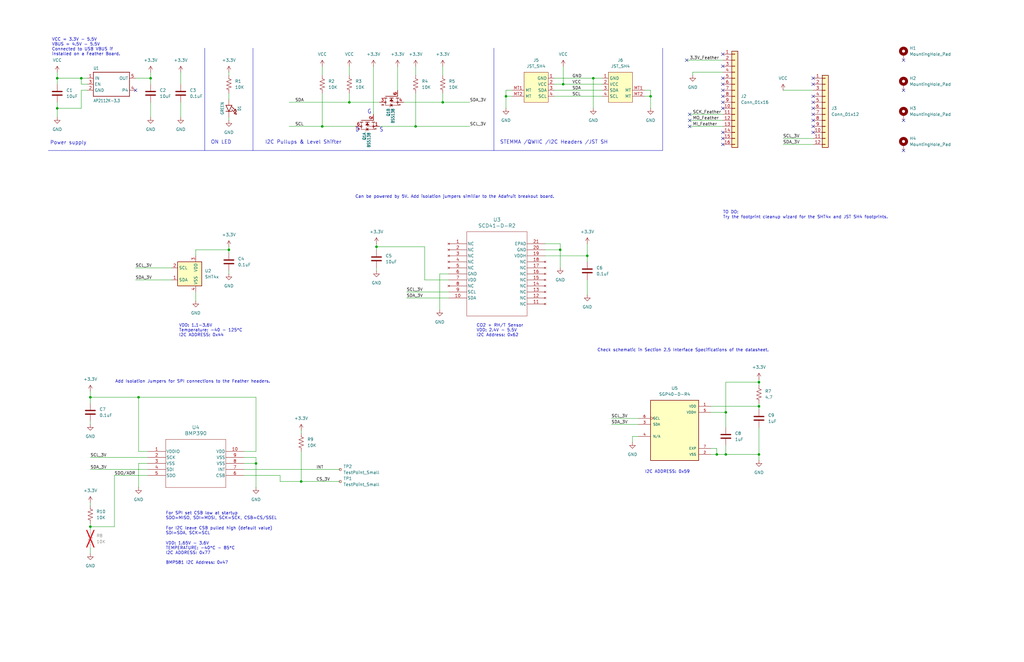
<source format=kicad_sch>
(kicad_sch (version 20250114) (generator "eeschema") (generator_version "9.0")
  (paper "USLedger")
  (lib_symbols
    (symbol "2024-04-27_20-00-30:BMP390" (pin_names (offset 0.254))
      (property "Reference" "U" (at 20.32 10.16 0))
      (property "Value" "BMP390" (at 20.32 7.62 0))
      (symbol "BMP390_0_1"
        (pin power_in line (at 0 0 0) (length 7.62) (name "VDDIO") (number "1"))
        (pin input line (at 0 -2.54 0) (length 7.62) (name "SCK") (number "2"))
        (pin power_out line (at 0 -5.08 0) (length 7.62) (name "VSS") (number "3"))
        (pin bidirectional line (at 0 -7.62 0) (length 7.62) (name "SDI") (number "4"))
        (pin bidirectional line (at 0 -10.16 0) (length 7.62) (name "SDO") (number "5"))
        (pin power_in line (at 40.64 0 180) (length 7.62) (name "VDD") (number "10"))
        (pin power_out line (at 40.64 -2.54 180) (length 7.62) (name "VSS") (number "9"))
        (pin power_out line (at 40.64 -5.08 180) (length 7.62) (name "VSS") (number "8"))
        (pin input line (at 40.64 -7.62 180) (length 7.62) (name "INT") (number "7"))
        (pin input line (at 40.64 -10.16 180) (length 7.62) (name "CSB") (number "6"))
      )
    )
    (symbol "2024-04-27_20-02-59:SCD41-D-R2" (pin_names (offset 0.254))
      (property "Reference" "U" (at 20.32 10.16 0))
      (property "Value" "SCD41-D-R2" (at 20.32 7.62 0))
      (symbol "SCD41-D-R2_0_1"
        (pin no_connect line (at 0 0 0) (length 7.62) (name "NC") (number "1"))
        (pin no_connect line (at 0 -2.54 0) (length 7.62) (name "NC") (number "2"))
        (pin no_connect line (at 0 -5.08 0) (length 7.62) (name "NC") (number "3"))
        (pin no_connect line (at 0 -7.62 0) (length 7.62) (name "NC") (number "4"))
        (pin no_connect line (at 0 -10.16 0) (length 7.62) (name "NC") (number "5"))
        (pin power_out line (at 0 -12.7 0) (length 7.62) (name "GND") (number "6"))
        (pin power_in line (at 0 -15.24 0) (length 7.62) (name "VDD") (number "7"))
        (pin no_connect line (at 0 -17.78 0) (length 7.62) (name "NC") (number "8"))
        (pin unspecified line (at 0 -20.32 0) (length 7.62) (name "SCL") (number "9"))
        (pin bidirectional line (at 0 -22.86 0) (length 7.62) (name "SDA") (number "10"))
        (pin power_out line (at 40.64 0 180) (length 7.62) (name "EPAD") (number "21"))
        (pin power_out line (at 40.64 -2.54 180) (length 7.62) (name "GND") (number "20"))
        (pin power_in line (at 40.64 -5.08 180) (length 7.62) (name "VDDH") (number "19"))
        (pin no_connect line (at 40.64 -7.62 180) (length 7.62) (name "NC") (number "18"))
        (pin no_connect line (at 40.64 -10.16 180) (length 7.62) (name "NC") (number "17"))
        (pin no_connect line (at 40.64 -12.7 180) (length 7.62) (name "NC") (number "16"))
        (pin no_connect line (at 40.64 -15.24 180) (length 7.62) (name "NC") (number "15"))
        (pin no_connect line (at 40.64 -17.78 180) (length 7.62) (name "NC") (number "14"))
        (pin no_connect line (at 40.64 -20.32 180) (length 7.62) (name "NC") (number "13"))
        (pin no_connect line (at 40.64 -22.86 180) (length 7.62) (name "NC") (number "12"))
        (pin no_connect line (at 40.64 -25.4 180) (length 7.62) (name "NC") (number "11"))
      )
    )
    (symbol "Adafruit SHT45-eagle-import:LED0603_NOOUTLINE"
      (property "Reference" "D" (at -1.27 4.445 0))
      (symbol "LED0603_NOOUTLINE_1_0"
        (pin passive line (at -5.08 0 0) (length 2.54) (name "A") (number "A"))
        (pin passive line (at 2.54 0 180) (length 2.54) (name "C") (number "C"))
      )
    )
    (symbol "Adafruit SHT45-eagle-import:MOSFET-N_DUAL"
      (property "Reference" "Q" (at 5.08 0.635 0))
      (symbol "MOSFET-N_DUAL_1_0"
        (text "G" (at -1.27 -1.905 0) (effects (font (size 0.8128 0.6908)) (justify left bottom)))
        (text "D" (at 3.175 3.175 0) (effects (font (size 0.8128 0.6908)) (justify left bottom)))
        (text "S" (at 3.175 -3.81 0) (effects (font (size 0.8128 0.6908)) (justify left bottom)))
        (pin bidirectional line (at -2.54 -2.54 0) (length 2.54) (name "G") (number "2"))
        (pin bidirectional line (at 2.54 5.08 270) (length 2.54) (name "D") (number "6"))
        (pin bidirectional line (at 2.54 -5.08 90) (length 2.54) (name "S") (number "1"))
      )
      (symbol "MOSFET-N_DUAL_2_0"
        (text "G" (at -1.27 -1.905 0) (effects (font (size 0.8128 0.6908)) (justify left bottom)))
        (text "D" (at 3.175 3.175 0) (effects (font (size 0.8128 0.6908)) (justify left bottom)))
        (text "S" (at 3.175 -3.81 0) (effects (font (size 0.8128 0.6908)) (justify left bottom)))
        (pin bidirectional line (at -2.54 -2.54 0) (length 2.54) (name "G") (number "5"))
        (pin bidirectional line (at 2.54 5.08 270) (length 2.54) (name "D") (number "3"))
        (pin bidirectional line (at 2.54 -5.08 90) (length 2.54) (name "S") (number "4"))
      )
    )
    (symbol "Adafruit SHT45-eagle-import:VREG_SOT23-5"
      (property "Reference" "U" (at -7.62 6.096 0))
      (symbol "VREG_SOT23-5_1_0"
        (pin power_in line (at -10.16 2.54 0) (length 2.54) (name "IN") (number "1"))
        (pin input line (at -10.16 0 0) (length 2.54) (name "EN") (number "3"))
        (pin power_in line (at -10.16 -2.54 0) (length 2.54) (name "GND") (number "2"))
        (pin power_in line (at 10.16 2.54 180) (length 2.54) (name "OUT") (number "5"))
        (pin bidirectional line (at 10.16 -2.54 180) (length 2.54) (name "P4") (number "4"))
      )
    )
    (symbol "Connector:TestPoint_Small" (pin_numbers (hide yes)) (pin_names (offset 0.762) (hide yes))
      (property "Reference" "TP" (at 0 3.81 0))
      (property "Value" "TestPoint_Small" (at 0 2.032 0))
      (symbol "TestPoint_Small_1_1"
        (pin passive line (at 0 0 90) (length 0) (name "1") (number "1"))
      )
    )
    (symbol "Connector_Generic:Conn_01x12" (pin_names (offset 1.016) (hide yes))
      (property "Reference" "J" (at 0 15.24 0))
      (property "Value" "Conn_01x12" (at 0 -17.78 0))
      (symbol "Conn_01x12_1_1"
        (pin passive line (at -5.08 12.7 0) (length 3.81) (name "Pin_1") (number "1"))
        (pin passive line (at -5.08 10.16 0) (length 3.81) (name "Pin_2") (number "2"))
        (pin passive line (at -5.08 7.62 0) (length 3.81) (name "Pin_3") (number "3"))
        (pin passive line (at -5.08 5.08 0) (length 3.81) (name "Pin_4") (number "4"))
        (pin passive line (at -5.08 2.54 0) (length 3.81) (name "Pin_5") (number "5"))
        (pin passive line (at -5.08 0 0) (length 3.81) (name "Pin_6") (number "6"))
        (pin passive line (at -5.08 -2.54 0) (length 3.81) (name "Pin_7") (number "7"))
        (pin passive line (at -5.08 -5.08 0) (length 3.81) (name "Pin_8") (number "8"))
        (pin passive line (at -5.08 -7.62 0) (length 3.81) (name "Pin_9") (number "9"))
        (pin passive line (at -5.08 -10.16 0) (length 3.81) (name "Pin_10") (number "10"))
        (pin passive line (at -5.08 -12.7 0) (length 3.81) (name "Pin_11") (number "11"))
        (pin passive line (at -5.08 -15.24 0) (length 3.81) (name "Pin_12") (number "12"))
      )
    )
    (symbol "Connector_Generic:Conn_01x16" (pin_names (offset 1.016) (hide yes))
      (property "Reference" "J" (at 0 20.32 0))
      (property "Value" "Conn_01x16" (at 0 -22.86 0))
      (symbol "Conn_01x16_1_1"
        (pin passive line (at -5.08 17.78 0) (length 3.81) (name "Pin_1") (number "1"))
        (pin passive line (at -5.08 15.24 0) (length 3.81) (name "Pin_2") (number "2"))
        (pin passive line (at -5.08 12.7 0) (length 3.81) (name "Pin_3") (number "3"))
        (pin passive line (at -5.08 10.16 0) (length 3.81) (name "Pin_4") (number "4"))
        (pin passive line (at -5.08 7.62 0) (length 3.81) (name "Pin_5") (number "5"))
        (pin passive line (at -5.08 5.08 0) (length 3.81) (name "Pin_6") (number "6"))
        (pin passive line (at -5.08 2.54 0) (length 3.81) (name "Pin_7") (number "7"))
        (pin passive line (at -5.08 0 0) (length 3.81) (name "Pin_8") (number "8"))
        (pin passive line (at -5.08 -2.54 0) (length 3.81) (name "Pin_9") (number "9"))
        (pin passive line (at -5.08 -5.08 0) (length 3.81) (name "Pin_10") (number "10"))
        (pin passive line (at -5.08 -7.62 0) (length 3.81) (name "Pin_11") (number "11"))
        (pin passive line (at -5.08 -10.16 0) (length 3.81) (name "Pin_12") (number "12"))
        (pin passive line (at -5.08 -12.7 0) (length 3.81) (name "Pin_13") (number "13"))
        (pin passive line (at -5.08 -15.24 0) (length 3.81) (name "Pin_14") (number "14"))
        (pin passive line (at -5.08 -17.78 0) (length 3.81) (name "Pin_15") (number "15"))
        (pin passive line (at -5.08 -20.32 0) (length 3.81) (name "Pin_16") (number "16"))
      )
    )
    (symbol "Device:C" (pin_numbers (hide yes)) (pin_names (offset 0.254))
      (property "Reference" "C" (at 0.635 2.54 0))
      (property "Value" "C" (at 0.635 -2.54 0))
      (symbol "C_1_1"
        (pin passive line (at 0 3.81 270) (length 2.794) (name "~") (number "1"))
        (pin passive line (at 0 -3.81 90) (length 2.794) (name "~") (number "2"))
      )
    )
    (symbol "Device:R_US" (pin_numbers (hide yes)) (pin_names (offset 0))
      (property "Reference" "R" (at 2.54 0 90))
      (property "Value" "R_US" (at -2.54 0 90))
      (symbol "R_US_1_1"
        (pin passive line (at 0 3.81 270) (length 1.27) (name "~") (number "1"))
        (pin passive line (at 0 -3.81 90) (length 1.27) (name "~") (number "2"))
      )
    )
    (symbol "Mechanical:MountingHole_Pad" (pin_numbers (hide yes)) (pin_names (offset 1.016) (hide yes)) (exclude_from_sim yes) (in_bom no)
      (property "Reference" "H" (at 0 6.35 0))
      (property "Value" "MountingHole_Pad" (at 0 4.445 0))
      (symbol "MountingHole_Pad_1_1"
        (pin input line (at 0 -2.54 90) (length 2.54) (name "1") (number "1"))
      )
    )
    (symbol "SGP40-D-R4:SGP40-D-R4" (pin_names (offset 1.016))
      (property "Reference" "U" (at -10.16 13.462 0))
      (property "Value" "SGP40-D-R4" (at -10.16 -15.24 0))
      (symbol "SGP40-D-R4_0_0"
        (pin bidirectional clock (at -15.24 5.08 0) (length 5.08) (name "SCL") (number "6"))
        (pin bidirectional line (at -15.24 2.54 0) (length 5.08) (name "SDA") (number "3"))
        (pin passive line (at -15.24 -2.54 0) (length 5.08) (name "N/A") (number "4"))
        (pin power_in line (at 15.24 10.16 180) (length 5.08) (name "VDD") (number "1"))
        (pin power_in line (at 15.24 7.62 180) (length 5.08) (name "VDDH") (number "5"))
        (pin power_in line (at 15.24 -7.62 180) (length 5.08) (name "EXP") (number "7"))
        (pin power_in line (at 15.24 -10.16 180) (length 5.08) (name "VSS") (number "2"))
      )
    )
    (symbol "Sensor_Humidity:SHT4x"
      (property "Reference" "U" (at 0 8.89 0))
      (property "Value" "SHT4x" (at 0 6.35 0))
      (symbol "SHT4x_1_1"
        (pin input line (at -7.62 2.54 0) (length 2.54) (name "SCL") (number "2"))
        (pin bidirectional line (at -7.62 -2.54 0) (length 2.54) (name "SDA") (number "1"))
        (pin power_in line (at 2.54 7.62 270) (length 2.54) (name "VDD") (number "3"))
        (pin power_in line (at 2.54 -7.62 90) (length 2.54) (name "VSS") (number "4"))
      )
    )
    (symbol "TI_MSPM0:QWIIC"
      (property "Reference" "J" (at 0 0 0))
      (property "Value" "JST_SH4" (at 0 0 0))
      (symbol "QWIIC_1_1"
        (pin power_out line (at -2.54 -2.54 0) (length 2.54) (name "GND") (number "1"))
        (pin power_in line (at -2.54 -5.08 0) (length 2.54) (name "VCC") (number "2"))
        (pin bidirectional line (at -2.54 -7.62 0) (length 2.54) (name "SDA") (number "3"))
        (pin bidirectional line (at -2.54 -10.16 0) (length 2.54) (name "SCL") (number "4"))
        (pin power_in line (at 15.24 -7.62 180) (length 5.08) (name "MT") (number "MT1"))
        (pin power_in line (at 15.24 -10.16 180) (length 5.08) (name "MT") (number "MT2"))
      )
    )
    (symbol "power:+3.3V" (power) (pin_numbers (hide yes)) (pin_names (offset 0) (hide yes))
      (property "Value" "+3.3V" (at 0 3.556 0))
      (symbol "+3.3V_1_1"
        (pin power_in line (at 0 0 90) (length 0) (name "~") (number "1"))
      )
    )
    (symbol "power:GND" (power) (pin_numbers (hide yes)) (pin_names (offset 0) (hide yes))
      (property "Value" "GND" (at 0 -3.81 0))
      (symbol "GND_1_1"
        (pin power_in line (at 0 0 270) (length 0) (name "~") (number "1"))
      )
    )
    (symbol "power:VCC" (power) (pin_numbers (hide yes)) (pin_names (offset 0) (hide yes))
      (property "Value" "VCC" (at 0 3.556 0))
      (symbol "VCC_1_1"
        (pin power_in line (at 0 0 90) (length 0) (name "~") (number "1"))
      )
    )
  )
  (text "Check schematic in Section 2.5 Interface Specifications of the datasheet." (at 288.036 147.828 0) (effects (font (size 1.27 1.27))))
  (text "ON LED" (at 88.9 60.96 0) (effects (font (size 1.524 1.524)) (justify left bottom)))
  (text "D" (at 149.86 55.88 0) (effects (font (size 1.778 1.5113)) (justify left bottom)))
  (text "Power supply" (at 21.082 61.214 0) (effects (font (size 1.524 1.524)) (justify left bottom)))
  (text "I2C Pullups & Level Shifter" (at 111.76 60.96 0) (effects (font (size 1.524 1.524)) (justify left bottom)))
  (text "G" (at 154.94 48.26 0) (effects (font (size 1.778 1.5113)) (justify left bottom)))
  (text "VDD: 1.1-3.6V\nTemperature: -40 - 125*C\nI2C ADDRESS: 0x44" (at 75.438 139.446 0) (effects (font (size 1.27 1.27)) (justify left)))
  (text "Can be powered by 5V. Add isolation jumpers similiar to the Adafruit breakout board." (at 191.77 83.058 0) (effects (font (size 1.27 1.27))))
  (text "Add Isolation Jumpers for SPI connections to the Feather headers." (at 81.28 161.036 0) (effects (font (size 1.27 1.27))))
  (text "TO DO:\nTry the footprint cleanup wizard for the SHT4x and JST SH4 footprints.\n" (at 304.8 88.9 0) (effects (font (size 1.27 1.27)) (justify left top)))
  (text "S" (at 160.02 55.88 0) (effects (font (size 1.778 1.5113)) (justify left bottom)))
  (text "VDD: 1.65V - 3.6V\nTEMPERATURE: -40*C - 85*C\nI2C ADDRESS: 0x77\n\nBMP581 I2C Address: 0x47" (at 69.85 228.6 0) (effects (font (size 1.27 1.27)) (justify left top)))
  (text "STEMMA /QWIIC /I2C Headers /JST SH" (at 210.82 60.96 0) (effects (font (size 1.524 1.524)) (justify left bottom)))
  (text "I2C ADDRESS: 0x59" (at 281.432 199.136 0) (effects (font (size 1.27 1.27))))
  (text "CO2 + RH/T Sensor\nVDD: 2.4V - 5.5V\nI2C Address: 0x62" (at 200.914 139.446 0) (effects (font (size 1.27 1.27)) (justify left)))
  (text "For I2C leave CSB pulled high (default value)\nSDI=SDA, SCK=SCL" (at 69.85 222.25 0) (effects (font (size 1.27 1.27)) (justify left top)))
  (text "VCC = 3.3V - 5.5V\nVBUS = 4.5V - 5.5V\nConnected to USB VBUS if \ninstalled on a Feather Board." (at 21.844 19.812 0) (effects (font (size 1.27 1.27)) (justify left)))
  (text "For SPI set CSB low at startup\nSDO=MISO, SDI=MOSI, SCK=SCK, CSB=CS/SSEL" (at 69.85 215.9 0) (effects (font (size 1.27 1.27)) (justify left top)))
  (junction (at 306.07 191.77))
  (junction (at 250.19 33.02))
  (junction (at 186.69 43.18))
  (junction (at 107.95 195.58))
  (junction (at 236.22 105.41))
  (junction (at 213.36 40.64))
  (junction (at 247.65 107.95))
  (junction (at 237.49 35.56))
  (junction (at 58.42 167.64))
  (junction (at 147.32 43.18))
  (junction (at 320.04 161.29))
  (junction (at 320.04 191.77))
  (junction (at 175.26 53.34))
  (junction (at 158.75 104.14))
  (junction (at 34.29 33.02))
  (junction (at 306.07 173.99))
  (junction (at 63.5 33.02))
  (junction (at 274.32 40.64))
  (junction (at 38.1 167.64))
  (junction (at 38.1 222.25))
  (junction (at 135.89 53.34))
  (junction (at 302.26 191.77))
  (junction (at 320.04 171.45))
  (junction (at 127 203.2))
  (junction (at 24.13 33.02))
  (junction (at 96.52 105.41))
  (junction (at 24.13 45.72))
  (no_connect (at 304.8 60.96))
  (no_connect (at 290.83 48.26))
  (no_connect (at 304.8 38.1))
  (no_connect (at 381 25.4))
  (no_connect (at 342.9 40.64))
  (no_connect (at 342.9 50.8))
  (no_connect (at 381 50.8))
  (no_connect (at 304.8 55.88))
  (no_connect (at 342.9 43.18))
  (no_connect (at 304.8 45.72))
  (no_connect (at 304.8 27.94))
  (no_connect (at 290.83 50.8))
  (no_connect (at 289.56 25.4))
  (no_connect (at 381 38.1))
  (no_connect (at 57.15 38.1))
  (no_connect (at 342.9 48.26))
  (no_connect (at 342.9 33.02))
  (no_connect (at 304.8 35.56))
  (no_connect (at 342.9 45.72))
  (no_connect (at 304.8 33.02))
  (no_connect (at 304.8 58.42))
  (no_connect (at 342.9 53.34))
  (no_connect (at 342.9 55.88))
  (no_connect (at 290.83 53.34))
  (no_connect (at 304.8 40.64))
  (no_connect (at 342.9 35.56))
  (no_connect (at 304.8 22.86))
  (no_connect (at 304.8 43.18))
  (no_connect (at 381 63.5))
  (wire (pts (xy 185.42 130.81) (xy 185.42 115.57)))
  (wire (pts (xy 34.29 33.02) (xy 36.83 33.02)) (stroke (width 0.1524)))
  (wire (pts (xy 102.87 193.04) (xy 107.95 193.04)))
  (wire (pts (xy 186.69 27.94) (xy 186.69 31.75)) (stroke (width 0.1524)))
  (wire (pts (xy 175.26 40.64) (xy 175.26 53.34)) (stroke (width 0.1524)))
  (wire (pts (xy 36.83 38.1) (xy 34.29 38.1)) (stroke (width 0.1524)))
  (wire (pts (xy 57.15 113.03) (xy 72.39 113.03)))
  (wire (pts (xy 170.18 43.18) (xy 186.69 43.18)) (stroke (width 0.1524)))
  (wire (pts (xy 233.68 38.1) (xy 254 38.1)))
  (wire (pts (xy 186.69 43.18) (xy 198.12 43.18)) (stroke (width 0.1524)))
  (wire (pts (xy 147.32 39.37) (xy 147.32 40.64)))
  (wire (pts (xy 247.65 107.95) (xy 247.65 110.49)))
  (wire (pts (xy 121.92 43.18) (xy 147.32 43.18)) (stroke (width 0.1524)))
  (wire (pts (xy 38.1 198.12) (xy 62.23 198.12)))
  (wire (pts (xy 158.75 113.03) (xy 158.75 114.3)) (stroke (width 0.1524)))
  (wire (pts (xy 62.23 195.58) (xy 58.42 195.58)))
  (wire (pts (xy 34.29 35.56) (xy 36.83 35.56)) (stroke (width 0.1524)))
  (wire (pts (xy 96.52 41.91) (xy 96.52 39.37)) (stroke (width 0.1524)))
  (wire (pts (xy 127 190.5) (xy 127 203.2)))
  (polyline (pts (xy 208.28 20.32) (xy 208.28 63.5)) (stroke (width 0.1524) (type solid)))
  (wire (pts (xy 213.36 40.64) (xy 215.9 40.64)))
  (wire (pts (xy 320.04 191.77) (xy 306.07 191.77)))
  (polyline (pts (xy 208.28 63.5) (xy 279.4 63.5)) (stroke (width 0.1524) (type solid)))
  (wire (pts (xy 250.19 33.02) (xy 254 33.02)))
  (wire (pts (xy 96.52 104.14) (xy 96.52 105.41)) (stroke (width 0.1524)))
  (wire (pts (xy 118.11 203.2) (xy 118.11 200.66)) (stroke (width 0.1524)))
  (wire (pts (xy 185.42 115.57) (xy 189.23 115.57)))
  (polyline (pts (xy 86.36 63.5) (xy 106.68 63.5)) (stroke (width 0.1524) (type solid)))
  (wire (pts (xy 158.75 104.14) (xy 179.07 104.14)))
  (wire (pts (xy 102.87 190.5) (xy 107.95 190.5)))
  (wire (pts (xy 213.36 40.64) (xy 213.36 38.1)))
  (wire (pts (xy 250.19 33.02) (xy 250.19 45.72)))
  (wire (pts (xy 63.5 33.02) (xy 63.5 35.56)) (stroke (width 0.1524)))
  (wire (pts (xy 96.52 49.53) (xy 96.52 50.8)))
  (wire (pts (xy 320.04 191.77) (xy 320.04 194.31)))
  (wire (pts (xy 96.52 114.3) (xy 96.52 115.57)) (stroke (width 0.1524)))
  (wire (pts (xy 76.2 30.48) (xy 76.2 35.56)) (stroke (width 0.1524)))
  (wire (pts (xy 236.22 105.41) (xy 236.22 113.03)))
  (polyline (pts (xy 20.32 63.5) (xy 86.36 63.5)) (stroke (width 0.1524) (type solid)))
  (wire (pts (xy 320.04 161.29) (xy 306.07 161.29)))
  (wire (pts (xy 289.56 25.4) (xy 304.8 25.4)))
  (wire (pts (xy 320.04 161.29) (xy 320.04 162.56)))
  (wire (pts (xy 302.26 189.23) (xy 302.26 191.77)))
  (wire (pts (xy 320.04 160.02) (xy 320.04 161.29)))
  (wire (pts (xy 160.02 43.18) (xy 147.32 43.18)) (stroke (width 0.1524)))
  (polyline (pts (xy 106.68 20.32) (xy 106.68 63.5)) (stroke (width 0.1524) (type solid)))
  (wire (pts (xy 175.26 39.37) (xy 175.26 40.64)))
  (wire (pts (xy 213.36 45.72) (xy 213.36 40.64)))
  (wire (pts (xy 160.02 53.34) (xy 175.26 53.34)) (stroke (width 0.1524)))
  (wire (pts (xy 48.26 200.66) (xy 62.23 200.66)))
  (wire (pts (xy 34.29 33.02) (xy 24.13 33.02)) (stroke (width 0.1524)))
  (wire (pts (xy 299.72 189.23) (xy 302.26 189.23)))
  (wire (pts (xy 158.75 105.41) (xy 158.75 104.14)))
  (wire (pts (xy 82.55 105.41) (xy 96.52 105.41)))
  (wire (pts (xy 320.04 180.34) (xy 320.04 191.77)))
  (wire (pts (xy 175.26 27.94) (xy 175.26 31.75)) (stroke (width 0.1524)))
  (wire (pts (xy 38.1 165.1) (xy 38.1 167.64)))
  (wire (pts (xy 290.83 53.34) (xy 304.8 53.34)))
  (wire (pts (xy 269.24 184.15) (xy 266.7 184.15)))
  (wire (pts (xy 48.26 222.25) (xy 38.1 222.25)))
  (wire (pts (xy 34.29 38.1) (xy 34.29 45.72)) (stroke (width 0.1524)))
  (wire (pts (xy 266.7 184.15) (xy 266.7 186.69)))
  (wire (pts (xy 167.64 38.1) (xy 167.64 27.94)) (stroke (width 0.1524)))
  (wire (pts (xy 147.32 27.94) (xy 147.32 31.75)) (stroke (width 0.1524)))
  (wire (pts (xy 302.26 191.77) (xy 306.07 191.77)))
  (wire (pts (xy 118.11 200.66) (xy 102.87 200.66)) (stroke (width 0.1524)))
  (wire (pts (xy 229.87 107.95) (xy 247.65 107.95)))
  (wire (pts (xy 299.72 173.99) (xy 306.07 173.99)))
  (wire (pts (xy 38.1 231.14) (xy 38.1 233.68)))
  (wire (pts (xy 274.32 45.72) (xy 274.32 40.64)))
  (wire (pts (xy 24.13 45.72) (xy 24.13 43.18)) (stroke (width 0.1524)))
  (wire (pts (xy 213.36 38.1) (xy 215.9 38.1)))
  (wire (pts (xy 135.89 30.48) (xy 135.89 31.75)))
  (wire (pts (xy 158.75 104.14) (xy 158.75 102.87)))
  (wire (pts (xy 320.04 171.45) (xy 320.04 172.72)))
  (wire (pts (xy 127 203.2) (xy 143.51 203.2)) (stroke (width 0.1524)))
  (wire (pts (xy 189.23 118.11) (xy 179.07 118.11)))
  (wire (pts (xy 38.1 167.64) (xy 38.1 170.18)))
  (wire (pts (xy 330.2 38.1) (xy 342.9 38.1)))
  (wire (pts (xy 171.45 125.73) (xy 189.23 125.73)) (stroke (width 0.1524)))
  (wire (pts (xy 63.5 30.48) (xy 63.5 33.02)) (stroke (width 0.1524)))
  (wire (pts (xy 306.07 173.99) (xy 306.07 180.34)))
  (wire (pts (xy 107.95 167.64) (xy 58.42 167.64)))
  (wire (pts (xy 135.89 53.34) (xy 149.86 53.34)) (stroke (width 0.1524)))
  (wire (pts (xy 38.1 177.8) (xy 38.1 179.07)))
  (wire (pts (xy 38.1 167.64) (xy 58.42 167.64)) (stroke (width 0.1524)))
  (wire (pts (xy 58.42 167.64) (xy 58.42 190.5)))
  (wire (pts (xy 118.11 203.2) (xy 127 203.2)) (stroke (width 0.1524)))
  (wire (pts (xy 82.55 123.19) (xy 82.55 127)))
  (wire (pts (xy 229.87 102.87) (xy 236.22 102.87)))
  (wire (pts (xy 186.69 40.64) (xy 186.69 43.18)) (stroke (width 0.1524)))
  (wire (pts (xy 127 181.61) (xy 127 182.88)))
  (wire (pts (xy 76.2 43.18) (xy 76.2 49.53)) (stroke (width 0.1524)))
  (wire (pts (xy 24.13 30.48) (xy 24.13 33.02)) (stroke (width 0.1524)))
  (wire (pts (xy 186.69 39.37) (xy 186.69 40.64)))
  (wire (pts (xy 157.48 48.26) (xy 157.48 27.94)) (stroke (width 0.1524)))
  (wire (pts (xy 58.42 195.58) (xy 58.42 205.74)))
  (wire (pts (xy 257.81 179.07) (xy 269.24 179.07)))
  (wire (pts (xy 306.07 161.29) (xy 306.07 173.99)))
  (wire (pts (xy 62.23 190.5) (xy 58.42 190.5)))
  (wire (pts (xy 171.45 123.19) (xy 189.23 123.19)) (stroke (width 0.1524)))
  (wire (pts (xy 102.87 198.12) (xy 143.51 198.12)))
  (polyline (pts (xy 279.4 20.32) (xy 279.4 63.5)) (stroke (width 0.1524) (type solid)))
  (wire (pts (xy 24.13 35.56) (xy 24.13 33.02)))
  (wire (pts (xy 233.68 35.56) (xy 237.49 35.56)))
  (wire (pts (xy 107.95 195.58) (xy 107.95 205.74)))
  (wire (pts (xy 299.72 191.77) (xy 302.26 191.77)))
  (wire (pts (xy 175.26 53.34) (xy 198.12 53.34)) (stroke (width 0.1524)))
  (wire (pts (xy 330.2 60.96) (xy 342.9 60.96)))
  (polyline (pts (xy 106.68 63.5) (xy 208.28 63.5)) (stroke (width 0.1524) (type solid)))
  (wire (pts (xy 274.32 40.64) (xy 274.32 38.1)))
  (wire (pts (xy 48.26 200.66) (xy 48.26 222.25)))
  (wire (pts (xy 290.83 48.26) (xy 304.8 48.26)))
  (wire (pts (xy 233.68 33.02) (xy 250.19 33.02)))
  (wire (pts (xy 274.32 38.1) (xy 271.78 38.1)))
  (wire (pts (xy 306.07 187.96) (xy 306.07 191.77)))
  (wire (pts (xy 271.78 40.64) (xy 274.32 40.64)))
  (wire (pts (xy 82.55 107.95) (xy 82.55 105.41)))
  (wire (pts (xy 38.1 212.09) (xy 38.1 213.36)))
  (wire (pts (xy 236.22 102.87) (xy 236.22 105.41)))
  (wire (pts (xy 292.1 30.48) (xy 304.8 30.48)))
  (wire (pts (xy 107.95 190.5) (xy 107.95 167.64)))
  (wire (pts (xy 34.29 45.72) (xy 24.13 45.72)) (stroke (width 0.1524)))
  (wire (pts (xy 96.52 30.48) (xy 96.52 31.75)))
  (wire (pts (xy 24.13 45.72) (xy 24.13 49.53)) (stroke (width 0.1524)))
  (polyline (pts (xy 86.36 20.32) (xy 86.36 63.5)) (stroke (width 0.1524) (type solid)))
  (wire (pts (xy 229.87 105.41) (xy 236.22 105.41)))
  (wire (pts (xy 290.83 50.8) (xy 304.8 50.8)))
  (wire (pts (xy 34.29 35.56) (xy 34.29 33.02)) (stroke (width 0.1524)))
  (wire (pts (xy 38.1 193.04) (xy 62.23 193.04)))
  (wire (pts (xy 237.49 35.56) (xy 254 35.56)))
  (wire (pts (xy 57.15 118.11) (xy 72.39 118.11)))
  (wire (pts (xy 233.68 40.64) (xy 254 40.64)))
  (wire (pts (xy 135.89 39.37) (xy 135.89 53.34)) (stroke (width 0.1524)))
  (wire (pts (xy 179.07 118.11) (xy 179.07 104.14)))
  (wire (pts (xy 247.65 118.11) (xy 247.65 124.46)) (stroke (width 0.1524)))
  (wire (pts (xy 330.2 58.42) (xy 342.9 58.42)))
  (wire (pts (xy 121.92 53.34) (xy 135.89 53.34)) (stroke (width 0.1524)))
  (wire (pts (xy 299.72 171.45) (xy 320.04 171.45)))
  (wire (pts (xy 63.5 43.18) (xy 63.5 49.53)) (stroke (width 0.1524)))
  (wire (pts (xy 96.52 105.41) (xy 96.52 106.68)) (stroke (width 0.1524)))
  (wire (pts (xy 135.89 27.94) (xy 135.89 30.48)) (stroke (width 0.1524)))
  (wire (pts (xy 57.15 33.02) (xy 63.5 33.02)))
  (wire (pts (xy 107.95 193.04) (xy 107.95 195.58)))
  (wire (pts (xy 38.1 222.25) (xy 38.1 223.52)))
  (wire (pts (xy 147.32 40.64) (xy 147.32 43.18)) (stroke (width 0.1524)))
  (wire (pts (xy 247.65 102.87) (xy 247.65 107.95)))
  (wire (pts (xy 292.1 31.75) (xy 292.1 30.48)))
  (wire (pts (xy 257.81 176.53) (xy 269.24 176.53)))
  (wire (pts (xy 237.49 27.94) (xy 237.49 35.56)))
  (wire (pts (xy 102.87 195.58) (xy 107.95 195.58)))
  (wire (pts (xy 320.04 170.18) (xy 320.04 171.45)))
  (wire (pts (xy 38.1 220.98) (xy 38.1 222.25)))
  (label "INT" (at 133.35 198.12 0) (effects (font (size 1.2446 1.2446))))
  (label "SCL_3V" (at 198.12 53.34 0) (effects (font (size 1.2446 1.2446))))
  (label "SCL_3V" (at 257.81 176.53 0) (effects (font (size 1.2446 1.2446))))
  (label "GND" (at 241.3 33.02 0) (effects (font (size 1.2446 1.2446))))
  (label "SDA_3V" (at 38.1 198.12 0) (effects (font (size 1.2446 1.2446))))
  (label "SDA_3V" (at 257.81 179.07 0) (effects (font (size 1.2446 1.2446))))
  (label "SCL_3V" (at 330.2 58.42 0))
  (label "SDA_3V" (at 330.2 60.96 0))
  (label "SDA_3V" (at 57.15 118.11 0) (effects (font (size 1.2446 1.2446))))
  (label "SCL" (at 241.3 40.64 0) (effects (font (size 1.2446 1.2446))))
  (label "SDO/ADR" (at 48.26 200.66 0) (effects (font (size 1.2446 1.2446))))
  (label "SDA" (at 241.3 38.1 0) (effects (font (size 1.2446 1.2446))))
  (label "SCK_Feather" (at 292.1 48.26 0))
  (label "VCC" (at 241.3 35.56 0) (effects (font (size 1.2446 1.2446))))
  (label "SDA" (at 124.46 43.18 0) (effects (font (size 1.2446 1.2446))))
  (label "SDA_3V" (at 171.45 125.73 0) (effects (font (size 1.2446 1.2446))))
  (label "SCL_3V" (at 57.15 113.03 0) (effects (font (size 1.2446 1.2446))))
  (label "MI_Feather" (at 292.1 53.34 0))
  (label "SCL_3V" (at 38.1 193.04 0) (effects (font (size 1.2446 1.2446))))
  (label "SDA_3V" (at 198.12 43.18 0) (effects (font (size 1.2446 1.2446))))
  (label "SCL" (at 124.46 53.34 0) (effects (font (size 1.2446 1.2446))))
  (label "SCL_3V" (at 171.45 123.19 0) (effects (font (size 1.2446 1.2446))))
  (label "CS_3V" (at 133.35 203.2 0) (effects (font (size 1.2446 1.2446))))
  (label "3.3V_Feather" (at 290.83 25.4 0))
  (label "MO_Feather" (at 292.1 50.8 0))
  (symbol (lib_id "power:VCC") (at 237.49 27.94 0) (unit 1)
    (property "Reference" "#PWR022" (effects (hide yes)))
    (property "Value" "VCC" (at 237.49 22.86 0))
    (property "Description" "Power symbol creates a global label with name \"VCC\"" (effects (hide yes)))
  )
  (symbol (lib_id "2024-04-27_20-00-30:BMP390") (at 62.23 190.5 0) (unit 1)
    (property "Reference" "U4" (at 82.55 180.34 0) (effects (font (size 1.524 1.524))))
    (property "Value" "BMP390" (at 82.55 182.88 0) (effects (font (size 1.524 1.524))))
    (property "Footprint" "BMP390:10LGA_2X2X0p75_BOS" (effects (hide yes)))
    (property "Datasheet" "BMP390" (effects (hide yes)))
  )
  (symbol (lib_id "power:GND") (at 236.22 113.03 0) (unit 1)
    (property "Reference" "#PWR036" (effects (hide yes)))
    (property "Value" "GND" (at 236.22 118.11 0))
    (property "Description" "Power symbol creates a global label with name \"GND\" , ground" (effects (hide yes)))
  )
  (symbol (lib_id "Mechanical:MountingHole_Pad") (at 381 60.96 0) (unit 1) (exclude_from_sim yes) (in_bom no)
    (property "Reference" "H4" (at 383.54 58.4199 0) (effects (justify left)))
    (property "Value" "MountingHole_Pad" (at 383.54 60.9599 0) (effects (justify left)))
    (property "Footprint" "TI_MSPM0_DSBGA:MOUNTINGHOLE_2.5_PLATED" (effects (hide yes)))
    (property "Description" "Mounting Hole with connection" (effects (hide yes)))
  )
  (symbol (lib_id "power:+3.3V") (at 186.69 27.94 0) (unit 1)
    (property "Reference" "#PWR06" (effects (hide yes)))
    (property "Value" "+3.3V" (at 186.69 22.86 0))
    (property "Description" "Power symbol creates a global label with name \"+3.3V\"" (effects (hide yes)))
  )
  (symbol (lib_id "Device:C") (at 96.52 110.49 0) (unit 1)
    (property "Reference" "C4" (at 100.33 109.2199 0) (effects (justify left)))
    (property "Value" "0.1uF" (at 100.33 111.7599 0) (effects (justify left)))
    (property "Footprint" "Capacitor_SMD:C_0603_1608Metric_Pad1.08x0.95mm_HandSolder" (effects (hide yes)))
    (property "Description" "Unpolarized capacitor" (effects (hide yes)))
  )
  (symbol (lib_id "power:+3.3V") (at 157.48 27.94 0) (unit 1)
    (property "Reference" "#PWR03" (effects (hide yes)))
    (property "Value" "+3.3V" (at 157.48 22.86 0))
    (property "Description" "Power symbol creates a global label with name \"+3.3V\"" (effects (hide yes)))
  )
  (symbol (lib_id "power:+3.3V") (at 76.2 30.48 0) (unit 1)
    (property "Reference" "#PWR010" (effects (hide yes)))
    (property "Value" "+3.3V" (at 76.2 25.4 0))
    (property "Description" "Power symbol creates a global label with name \"+3.3V\"" (effects (hide yes)))
  )
  (symbol (lib_id "power:GND") (at 266.7 186.69 0) (unit 1)
    (property "Reference" "#PWR026" (effects (hide yes)))
    (property "Value" "GND" (at 266.7 191.77 0))
    (property "Description" "Power symbol creates a global label with name \"GND\" , ground" (effects (hide yes)))
  )
  (symbol (lib_id "power:+3.3V") (at 247.65 102.87 0) (unit 1)
    (property "Reference" "#PWR038" (effects (hide yes)))
    (property "Value" "+3.3V" (at 247.65 97.79 0))
    (property "Description" "Power symbol creates a global label with name \"+3.3V\"" (effects (hide yes)))
  )
  (symbol (lib_id "Connector:TestPoint_Small") (at 143.51 203.2 0) (unit 1)
    (property "Reference" "TP1" (at 144.78 201.9299 0) (effects (justify left)))
    (property "Value" "TestPoint_Small" (at 144.78 204.4699 0) (effects (justify left)))
    (property "Footprint" "TestPoint:TestPoint_Pad_D1.0mm" (effects (hide yes)))
    (property "Description" "test point" (effects (hide yes)))
  )
  (symbol (lib_id "power:GND") (at 96.52 115.57 0) (unit 1)
    (property "Reference" "#PWR020" (effects (hide yes)))
    (property "Value" "GND" (at 96.52 120.65 0))
    (property "Description" "Power symbol creates a global label with name \"GND\" , ground" (effects (hide yes)))
  )
  (symbol (lib_id "power:VCC") (at 135.89 27.94 0) (unit 1)
    (property "Reference" "#PWR01" (effects (hide yes)))
    (property "Value" "VCC" (at 135.89 22.86 0))
    (property "Description" "Power symbol creates a global label with name \"VCC\"" (effects (hide yes)))
  )
  (symbol (lib_id "power:GND") (at 96.52 50.8 0) (unit 1)
    (property "Reference" "#PWR016" (effects (hide yes)))
    (property "Value" "GND" (at 96.52 55.88 0))
    (property "Description" "Power symbol creates a global label with name \"GND\" , ground" (effects (hide yes)))
  )
  (symbol (lib_id "Connector_Generic:Conn_01x16") (at 309.88 40.64 0) (unit 1)
    (property "Reference" "J2" (at 312.42 40.6399 0) (effects (justify left)))
    (property "Value" "Conn_01x16" (at 312.42 43.1799 0) (effects (justify left)))
    (property "Footprint" "Connector_PinHeader_2.54mm:PinHeader_1x16_P2.54mm_Vertical" (effects (hide yes)))
    (property "Description" "Generic connector, single row, 01x16, script generated (kicad-library-utils/schlib/autogen/connector/)" (effects (hide yes)))
  )
  (symbol (lib_id "power:+3.3V") (at 96.52 30.48 0) (unit 1)
    (property "Reference" "#PWR011" (effects (hide yes)))
    (property "Value" "+3.3V" (at 96.52 25.4 0))
    (property "Description" "Power symbol creates a global label with name \"+3.3V\"" (effects (hide yes)))
  )
  (symbol (lib_id "Device:R_US") (at 127 186.69 0) (unit 1)
    (property "Reference" "R9" (at 129.54 185.4199 0) (effects (justify left)))
    (property "Value" "10K" (at 129.54 187.9599 0) (effects (justify left)))
    (property "Footprint" "Resistor_SMD:R_0603_1608Metric_Pad0.98x0.95mm_HandSolder" (effects (hide yes)))
    (property "Description" "Resistor, US symbol" (effects (hide yes)))
  )
  (symbol (lib_id "Adafruit SHT45-eagle-import:MOSFET-N_DUAL") (at 154.94 50.8 90) (mirror x) (unit 1)
    (property "Reference" "Q1" (at 154.305 55.88 0) (effects (font (size 1.27 1.0795)) (justify left bottom)))
    (property "Value" "BSS138" (at 156.21 55.88 0) (effects (font (size 1.27 1.0795)) (justify left bottom)))
    (property "Footprint" "Adafruit SHT45:SOT363" (effects (hide yes)))
  )
  (symbol (lib_id "Adafruit SHT45-eagle-import:MOSFET-N_DUAL") (at 165.1 40.64 90) (mirror x) (unit 2)
    (property "Reference" "Q1" (at 164.465 45.72 0) (effects (font (size 1.27 1.0795)) (justify left bottom)))
    (property "Value" "BSS138" (at 166.37 45.72 0) (effects (font (size 1.27 1.0795)) (justify left bottom)))
    (property "Footprint" "Adafruit SHT45:SOT363" (effects (hide yes)))
  )
  (symbol (lib_id "Mechanical:MountingHole_Pad") (at 381 48.26 0) (unit 1) (exclude_from_sim yes) (in_bom no)
    (property "Reference" "H3" (at 383.54 45.7199 0) (effects (justify left)))
    (property "Value" "MountingHole_Pad" (at 383.54 48.2599 0) (effects (justify left)))
    (property "Footprint" "TI_MSPM0_DSBGA:MOUNTINGHOLE_2.5_PLATED" (effects (hide yes)))
    (property "Description" "Mounting Hole with connection" (effects (hide yes)))
  )
  (symbol (lib_id "power:+3.3V") (at 175.26 27.94 0) (unit 1)
    (property "Reference" "#PWR05" (effects (hide yes)))
    (property "Value" "+3.3V" (at 175.26 22.86 0))
    (property "Description" "Power symbol creates a global label with name \"+3.3V\"" (effects (hide yes)))
  )
  (symbol (lib_id "Device:C") (at 63.5 39.37 0) (unit 1)
    (property "Reference" "C2" (at 67.31 38.0999 0) (effects (justify left)))
    (property "Value" "10uF" (at 67.31 40.6399 0) (effects (justify left)))
    (property "Footprint" "Capacitor_SMD:C_0805_2012Metric_Pad1.18x1.45mm_HandSolder" (effects (hide yes)))
    (property "Description" "Unpolarized capacitor" (effects (hide yes)))
  )
  (symbol (lib_id "2024-04-27_20-02-59:SCD41-D-R2") (at 189.23 102.87 0) (unit 1)
    (property "Reference" "U3" (at 209.55 92.71 0) (effects (font (size 1.524 1.524))))
    (property "Value" "SCD41-D-R2" (at 209.55 95.25 0) (effects (font (size 1.524 1.524))))
    (property "Footprint" "SCD4x:QFN20_SCD41-D-R2_SEN" (effects (hide yes)))
    (property "Datasheet" "SCD41-D-R2" (effects (hide yes)))
  )
  (symbol (lib_id "Device:R_US") (at 38.1 227.33 180) (unit 1) (dnp yes)
    (property "Reference" "R8" (at 40.64 226.0599 0) (effects (justify right)))
    (property "Value" "10K" (at 40.64 228.5999 0) (effects (justify right)))
    (property "Footprint" "Resistor_SMD:R_0603_1608Metric_Pad0.98x0.95mm_HandSolder" (effects (hide yes)))
    (property "Description" "Resistor, US symbol" (effects (hide yes)))
  )
  (symbol (lib_id "power:+3.3V") (at 63.5 30.48 0) (unit 1)
    (property "Reference" "#PWR09" (effects (hide yes)))
    (property "Value" "+3.3V" (at 63.5 25.4 0))
    (property "Description" "Power symbol creates a global label with name \"+3.3V\"" (effects (hide yes)))
  )
  (symbol (lib_id "power:GND") (at 82.55 127 0) (unit 1)
    (property "Reference" "#PWR041" (effects (hide yes)))
    (property "Value" "GND" (at 82.55 132.08 0))
    (property "Description" "Power symbol creates a global label with name \"GND\" , ground" (effects (hide yes)))
  )
  (symbol (lib_id "power:GND") (at 63.5 49.53 0) (unit 1)
    (property "Reference" "#PWR014" (effects (hide yes)))
    (property "Value" "GND" (at 63.5 54.61 0))
    (property "Description" "Power symbol creates a global label with name \"GND\" , ground" (effects (hide yes)))
  )
  (symbol (lib_id "power:GND") (at 58.42 205.74 0) (unit 1)
    (property "Reference" "#PWR047" (effects (hide yes)))
    (property "Value" "GND" (at 58.42 210.82 0))
    (property "Description" "Power symbol creates a global label with name \"GND\" , ground" (effects (hide yes)))
  )
  (symbol (lib_id "power:GND") (at 24.13 49.53 0) (unit 1)
    (property "Reference" "#PWR013" (effects (hide yes)))
    (property "Value" "GND" (at 24.13 54.61 0))
    (property "Description" "Power symbol creates a global label with name \"GND\" , ground" (effects (hide yes)))
  )
  (symbol (lib_id "power:GND") (at 76.2 49.53 0) (unit 1)
    (property "Reference" "#PWR015" (effects (hide yes)))
    (property "Value" "GND" (at 76.2 54.61 0))
    (property "Description" "Power symbol creates a global label with name \"GND\" , ground" (effects (hide yes)))
  )
  (symbol (lib_id "Device:R_US") (at 135.89 35.56 0) (unit 1)
    (property "Reference" "R2" (at 138.43 34.2899 0) (effects (justify left)))
    (property "Value" "10K" (at 138.43 36.8299 0) (effects (justify left)))
    (property "Footprint" "Resistor_SMD:R_0603_1608Metric_Pad0.98x0.95mm_HandSolder" (effects (hide yes)))
    (property "Description" "Resistor, US symbol" (effects (hide yes)))
  )
  (symbol (lib_id "power:+3.3V") (at 167.64 27.94 0) (unit 1)
    (property "Reference" "#PWR04" (effects (hide yes)))
    (property "Value" "+3.3V" (at 167.64 22.86 0))
    (property "Description" "Power symbol creates a global label with name \"+3.3V\"" (effects (hide yes)))
  )
  (symbol (lib_id "power:GND") (at 185.42 130.81 0) (unit 1)
    (property "Reference" "#PWR028" (effects (hide yes)))
    (property "Value" "GND" (at 185.42 135.89 0))
    (property "Description" "Power symbol creates a global label with name \"GND\" , ground" (effects (hide yes)))
  )
  (symbol (lib_id "Device:R_US") (at 96.52 35.56 0) (unit 1)
    (property "Reference" "R1" (at 99.06 34.2899 0) (effects (justify left)))
    (property "Value" "10K" (at 99.06 36.8299 0) (effects (justify left)))
    (property "Footprint" "Resistor_SMD:R_0603_1608Metric_Pad0.98x0.95mm_HandSolder" (effects (hide yes)))
    (property "Description" "Resistor, US symbol" (effects (hide yes)))
  )
  (symbol (lib_id "power:GND") (at 292.1 31.75 0) (unit 1)
    (property "Reference" "#PWR031" (effects (hide yes)))
    (property "Value" "GND" (at 292.1 36.83 0))
    (property "Description" "Power symbol creates a global label with name \"GND\" , ground" (effects (hide yes)))
  )
  (symbol (lib_id "Device:C") (at 24.13 39.37 0) (unit 1)
    (property "Reference" "C1" (at 27.94 38.0999 0) (effects (justify left)))
    (property "Value" "10uF" (at 27.94 40.6399 0) (effects (justify left)))
    (property "Footprint" "Capacitor_SMD:C_0805_2012Metric_Pad1.18x1.45mm_HandSolder" (effects (hide yes)))
    (property "Description" "Unpolarized capacitor" (effects (hide yes)))
  )
  (symbol (lib_id "power:GND") (at 250.19 45.72 0) (unit 1)
    (property "Reference" "#PWR017" (effects (hide yes)))
    (property "Value" "GND" (at 250.19 50.8 0))
    (property "Description" "Power symbol creates a global label with name \"GND\" , ground" (effects (hide yes)))
  )
  (symbol (lib_id "Device:C") (at 158.75 109.22 0) (unit 1)
    (property "Reference" "C5" (at 162.56 107.9499 0) (effects (justify left)))
    (property "Value" "10uF" (at 162.56 110.4899 0) (effects (justify left)))
    (property "Footprint" "Capacitor_SMD:C_0805_2012Metric_Pad1.18x1.45mm_HandSolder" (effects (hide yes)))
    (property "Description" "Unpolarized capacitor" (effects (hide yes)))
  )
  (symbol (lib_id "TI_MSPM0:QWIIC") (at 231.14 30.48 0) (mirror y) (unit 1)
    (property "Reference" "J5" (at 226.06 25.4 0))
    (property "Value" "JST_SH4" (at 226.06 27.94 0))
    (property "Footprint" "Weather_Feather:JST_SH4" (effects (hide yes)))
    (property "Description" "STEMMA QT / QWIIC Connector" (effects (hide yes)))
  )
  (symbol (lib_id "Device:R_US") (at 147.32 35.56 0) (unit 1)
    (property "Reference" "R3" (at 149.86 34.2899 0) (effects (justify left)))
    (property "Value" "10K" (at 149.86 36.8299 0) (effects (justify left)))
    (property "Footprint" "Resistor_SMD:R_0603_1608Metric_Pad0.98x0.95mm_HandSolder" (effects (hide yes)))
    (property "Description" "Resistor, US symbol" (effects (hide yes)))
  )
  (symbol (lib_id "power:+3.3V") (at 38.1 165.1 0) (unit 1)
    (property "Reference" "#PWR042" (effects (hide yes)))
    (property "Value" "+3.3V" (at 38.1 160.02 0))
    (property "Description" "Power symbol creates a global label with name \"+3.3V\"" (effects (hide yes)))
  )
  (symbol (lib_id "Device:C") (at 320.04 176.53 0) (unit 1)
    (property "Reference" "C9" (at 323.85 175.2599 0) (effects (justify left)))
    (property "Value" "1uF" (at 323.85 177.7999 0) (effects (justify left)))
    (property "Footprint" "Capacitor_SMD:C_0603_1608Metric_Pad1.08x0.95mm_HandSolder" (effects (hide yes)))
    (property "Description" "Unpolarized capacitor" (effects (hide yes)))
  )
  (symbol (lib_id "Mechanical:MountingHole_Pad") (at 381 35.56 0) (unit 1) (exclude_from_sim yes) (in_bom no)
    (property "Reference" "H2" (at 383.54 33.0199 0) (effects (justify left)))
    (property "Value" "MountingHole_Pad" (at 383.54 35.5599 0) (effects (justify left)))
    (property "Footprint" "TI_MSPM0_DSBGA:MOUNTINGHOLE_2.5_PLATED" (effects (hide yes)))
    (property "Description" "Mounting Hole with connection" (effects (hide yes)))
  )
  (symbol (lib_id "power:GND") (at 158.75 114.3 0) (unit 1)
    (property "Reference" "#PWR035" (effects (hide yes)))
    (property "Value" "GND" (at 158.75 119.38 0))
    (property "Description" "Power symbol creates a global label with name \"GND\" , ground" (effects (hide yes)))
  )
  (symbol (lib_id "Connector_Generic:Conn_01x12") (at 347.98 45.72 0) (unit 1)
    (property "Reference" "J3" (at 350.52 45.7199 0) (effects (justify left)))
    (property "Value" "Conn_01x12" (at 350.52 48.2599 0) (effects (justify left)))
    (property "Footprint" "Connector_PinHeader_2.54mm:PinHeader_1x12_P2.54mm_Vertical" (effects (hide yes)))
    (property "Description" "Generic connector, single row, 01x12, script generated (kicad-library-utils/schlib/autogen/connector/)" (effects (hide yes)))
  )
  (symbol (lib_id "power:VCC") (at 147.32 27.94 0) (unit 1)
    (property "Reference" "#PWR02" (effects (hide yes)))
    (property "Value" "VCC" (at 147.32 22.86 0))
    (property "Description" "Power symbol creates a global label with name \"VCC\"" (effects (hide yes)))
  )
  (symbol (lib_id "Sensor_Humidity:SHT4x") (at 80.01 115.57 0) (unit 1)
    (property "Reference" "U2" (at 86.36 114.2999 0) (effects (justify left)))
    (property "Value" "SHT4x" (at 86.36 116.8399 0) (effects (justify left)))
    (property "Footprint" "Weather_Feather:SHT4X" (effects (hide yes)))
    (property "Datasheet" "https://sensirion.com/media/documents/33FD6951/624C4357/Datasheet_SHT4x.pdf" (effects (hide yes)))
    (property "Description" "Digital Humidity and Temperature Sensor, ±1%RH, ±0.1°C, I2C, 1.08-3.6V, 16bit, DFN-4" (effects (hide yes)))
  )
  (symbol (lib_id "power:GND") (at 38.1 233.68 0) (unit 1)
    (property "Reference" "#PWR046" (effects (hide yes)))
    (property "Value" "GND" (at 38.1 238.76 0))
    (property "Description" "Power symbol creates a global label with name \"GND\" , ground" (effects (hide yes)))
  )
  (symbol (lib_id "Device:C") (at 306.07 184.15 0) (unit 1)
    (property "Reference" "C8" (at 309.88 182.8799 0) (effects (justify left)))
    (property "Value" "1uF" (at 309.88 185.4199 0) (effects (justify left)))
    (property "Footprint" "Capacitor_SMD:C_0603_1608Metric_Pad1.08x0.95mm_HandSolder" (effects (hide yes)))
    (property "Description" "Unpolarized capacitor" (effects (hide yes)))
  )
  (symbol (lib_id "power:+3.3V") (at 96.52 104.14 0) (unit 1)
    (property "Reference" "#PWR018" (effects (hide yes)))
    (property "Value" "+3.3V" (at 96.52 99.06 0))
    (property "Description" "Power symbol creates a global label with name \"+3.3V\"" (effects (hide yes)))
  )
  (symbol (lib_id "Device:R_US") (at 38.1 217.17 0) (unit 1)
    (property "Reference" "R10" (at 40.64 215.8999 0) (effects (justify left)))
    (property "Value" "10K" (at 40.64 218.4399 0) (effects (justify left)))
    (property "Footprint" "Resistor_SMD:R_0603_1608Metric_Pad0.98x0.95mm_HandSolder" (effects (hide yes)))
    (property "Description" "Resistor, US symbol" (effects (hide yes)))
  )
  (symbol (lib_id "Adafruit SHT45-eagle-import:LED0603_NOOUTLINE") (at 96.52 46.99 270) (unit 1)
    (property "Reference" "D1" (at 100.965 45.72 0) (effects (font (size 1.27 1.0795))))
    (property "Value" "GREEN" (at 93.726 45.72 0) (effects (font (size 1.27 1.0795))))
    (property "Footprint" "Adafruit SHT45:CHIPLED_0603_NOOUTLINE" (effects (hide yes)))
  )
  (symbol (lib_id "Device:R_US") (at 186.69 35.56 0) (unit 1)
    (property "Reference" "R5" (at 189.23 34.2899 0) (effects (justify left)))
    (property "Value" "10K" (at 189.23 36.8299 0) (effects (justify left)))
    (property "Footprint" "Resistor_SMD:R_0603_1608Metric_Pad0.98x0.95mm_HandSolder" (effects (hide yes)))
    (property "Description" "Resistor, US symbol" (effects (hide yes)))
  )
  (symbol (lib_id "power:GND") (at 38.1 179.07 0) (unit 1)
    (property "Reference" "#PWR043" (effects (hide yes)))
    (property "Value" "GND" (at 38.1 184.15 0))
    (property "Description" "Power symbol creates a global label with name \"GND\" , ground" (effects (hide yes)))
  )
  (symbol (lib_id "power:GND") (at 320.04 194.31 0) (unit 1)
    (property "Reference" "#PWR025" (effects (hide yes)))
    (property "Value" "GND" (at 320.04 199.39 0))
    (property "Description" "Power symbol creates a global label with name \"GND\" , ground" (effects (hide yes)))
  )
  (symbol (lib_id "Adafruit SHT45-eagle-import:VREG_SOT23-5") (at 46.99 35.56 0) (unit 1)
    (property "Reference" "U1" (at 39.37 29.464 0) (effects (font (size 1.27 1.0795)) (justify left bottom)))
    (property "Value" "AP2112K-3.3" (at 39.37 43.18 0) (effects (font (size 1.27 1.0795)) (justify left bottom)))
    (property "Footprint" "Adafruit SHT45:SOT23-5" (effects (hide yes)))
  )
  (symbol (lib_id "power:GND") (at 247.65 124.46 0) (unit 1)
    (property "Reference" "#PWR037" (effects (hide yes)))
    (property "Value" "GND" (at 247.65 129.54 0))
    (property "Description" "Power symbol creates a global label with name \"GND\" , ground" (effects (hide yes)))
  )
  (symbol (lib_id "power:+3.3V") (at 320.04 160.02 0) (unit 1)
    (property "Reference" "#PWR027" (effects (hide yes)))
    (property "Value" "+3.3V" (at 320.04 154.94 0))
    (property "Description" "Power symbol creates a global label with name \"+3.3V\"" (effects (hide yes)))
  )
  (symbol (lib_id "power:VCC") (at 330.2 38.1 0) (unit 1)
    (property "Reference" "#PWR032" (effects (hide yes)))
    (property "Value" "VCC" (at 330.2 33.02 0))
    (property "Description" "Power symbol creates a global label with name \"VCC\"" (effects (hide yes)))
  )
  (symbol (lib_id "power:GND") (at 107.95 205.74 0) (unit 1)
    (property "Reference" "#PWR044" (effects (hide yes)))
    (property "Value" "GND" (at 107.95 210.82 0))
    (property "Description" "Power symbol creates a global label with name \"GND\" , ground" (effects (hide yes)))
  )
  (symbol (lib_id "power:GND") (at 274.32 45.72 0) (unit 1)
    (property "Reference" "#PWR019" (effects (hide yes)))
    (property "Value" "GND" (at 274.32 50.8 0))
    (property "Description" "Power symbol creates a global label with name \"GND\" , ground" (effects (hide yes)))
  )
  (symbol (lib_id "SGP40-D-R4:SGP40-D-R4") (at 284.48 181.61 0) (unit 1)
    (property "Reference" "U5" (at 284.48 163.83 0))
    (property "Value" "SGP40-D-R4" (at 284.48 166.37 0))
    (property "Footprint" "SGP40_D_R4 (1):XCDR_SGP40-D-R4" (effects (hide yes)))
    (property "PARTREV" "1.2" (effects (hide yes)))
    (property "SNAPEDA_PN" "SGP40-D-R4" (effects (hide yes)))
    (property "MANUFACTURER" "Sensirion AG" (effects (hide yes)))
    (property "MAXIMUM_PACKAGE_HEIGHT" "0.95mm" (effects (hide yes)))
    (property "STANDARD" "Manufacturer Recommendations" (effects (hide yes)))
  )
  (symbol (lib_id "power:+3.3V") (at 127 181.61 0) (unit 1)
    (property "Reference" "#PWR048" (effects (hide yes)))
    (property "Value" "+3.3V" (at 127 176.53 0))
    (property "Description" "Power symbol creates a global label with name \"+3.3V\"" (effects (hide yes)))
  )
  (symbol (lib_id "Device:R_US") (at 320.04 166.37 0) (unit 1)
    (property "Reference" "R7" (at 322.58 165.0999 0) (effects (justify left)))
    (property "Value" "4.7" (at 322.58 167.6399 0) (effects (justify left)))
    (property "Footprint" "Resistor_SMD:R_0603_1608Metric_Pad0.98x0.95mm_HandSolder" (effects (hide yes)))
    (property "Description" "Resistor, US symbol" (effects (hide yes)))
  )
  (symbol (lib_id "power:+3.3V") (at 38.1 212.09 0) (unit 1)
    (property "Reference" "#PWR045" (effects (hide yes)))
    (property "Value" "+3.3V" (at 38.1 207.01 0))
    (property "Description" "Power symbol creates a global label with name \"+3.3V\"" (effects (hide yes)))
  )
  (symbol (lib_id "Mechanical:MountingHole_Pad") (at 381 22.86 0) (unit 1) (exclude_from_sim yes) (in_bom no)
    (property "Reference" "H1" (at 383.54 20.3199 0) (effects (justify left)))
    (property "Value" "MountingHole_Pad" (at 383.54 22.8599 0) (effects (justify left)))
    (property "Footprint" "TI_MSPM0_DSBGA:MOUNTINGHOLE_2.5_PLATED" (effects (hide yes)))
    (property "Description" "Mounting Hole with connection" (effects (hide yes)))
  )
  (symbol (lib_id "Device:R_US") (at 175.26 35.56 0) (unit 1)
    (property "Reference" "R4" (at 177.8 34.2899 0) (effects (justify left)))
    (property "Value" "10K" (at 177.8 36.8299 0) (effects (justify left)))
    (property "Footprint" "Resistor_SMD:R_0603_1608Metric_Pad0.98x0.95mm_HandSolder" (effects (hide yes)))
    (property "Description" "Resistor, US symbol" (effects (hide yes)))
  )
  (symbol (lib_id "TI_MSPM0:QWIIC") (at 256.54 30.48 0) (unit 1)
    (property "Reference" "J6" (at 261.62 25.4 0))
    (property "Value" "JST_SH4" (at 261.62 27.94 0))
    (property "Footprint" "Weather_Feather:JST_SH4" (effects (hide yes)))
    (property "Description" "STEMMA QT / QWIIC Connector" (effects (hide yes)))
  )
  (symbol (lib_id "Device:C") (at 38.1 173.99 0) (unit 1)
    (property "Reference" "C7" (at 41.91 172.7199 0) (effects (justify left)))
    (property "Value" "0.1uF" (at 41.91 175.2599 0) (effects (justify left)))
    (property "Footprint" "Capacitor_SMD:C_0603_1608Metric_Pad1.08x0.95mm_HandSolder" (effects (hide yes)))
    (property "Description" "Unpolarized capacitor" (effects (hide yes)))
  )
  (symbol (lib_id "power:GND") (at 213.36 45.72 0) (unit 1)
    (property "Reference" "#PWR021" (effects (hide yes)))
    (property "Value" "GND" (at 213.36 50.8 0))
    (property "Description" "Power symbol creates a global label with name \"GND\" , ground" (effects (hide yes)))
  )
  (symbol (lib_id "Device:C") (at 247.65 114.3 0) (unit 1)
    (property "Reference" "C6" (at 251.46 113.0299 0) (effects (justify left)))
    (property "Value" "0.1uF" (at 251.46 115.5699 0) (effects (justify left)))
    (property "Footprint" "Capacitor_SMD:C_0603_1608Metric_Pad1.08x0.95mm_HandSolder" (effects (hide yes)))
    (property "Description" "Unpolarized capacitor" (effects (hide yes)))
  )
  (symbol (lib_id "power:VCC") (at 24.13 30.48 0) (unit 1)
    (property "Reference" "#PWR08" (effects (hide yes)))
    (property "Value" "VCC" (at 24.13 25.4 0))
    (property "Description" "Power symbol creates a global label with name \"VCC\"" (effects (hide yes)))
  )
  (symbol (lib_id "power:+3.3V") (at 158.75 102.87 0) (unit 1)
    (property "Reference" "#PWR030" (effects (hide yes)))
    (property "Value" "+3.3V" (at 158.75 97.79 0))
    (property "Description" "Power symbol creates a global label with name \"+3.3V\"" (effects (hide yes)))
  )
  (symbol (lib_id "Connector:TestPoint_Small") (at 143.51 198.12 0) (unit 1)
    (property "Reference" "TP2" (at 144.78 196.8499 0) (effects (justify left)))
    (property "Value" "TestPoint_Small" (at 144.78 199.3899 0) (effects (justify left)))
    (property "Footprint" "TestPoint:TestPoint_Pad_D1.0mm" (effects (hide yes)))
    (property "Description" "test point" (effects (hide yes)))
  )
  (symbol (lib_id "Device:C") (at 76.2 39.37 0) (unit 1)
    (property "Reference" "C3" (at 80.01 38.0999 0) (effects (justify left)))
    (property "Value" "0.1uF" (at 80.01 40.6399 0) (effects (justify left)))
    (property "Footprint" "Capacitor_SMD:C_0603_1608Metric_Pad1.08x0.95mm_HandSolder" (effects (hide yes)))
    (property "Description" "Unpolarized capacitor" (effects (hide yes)))
  )
)
</source>
